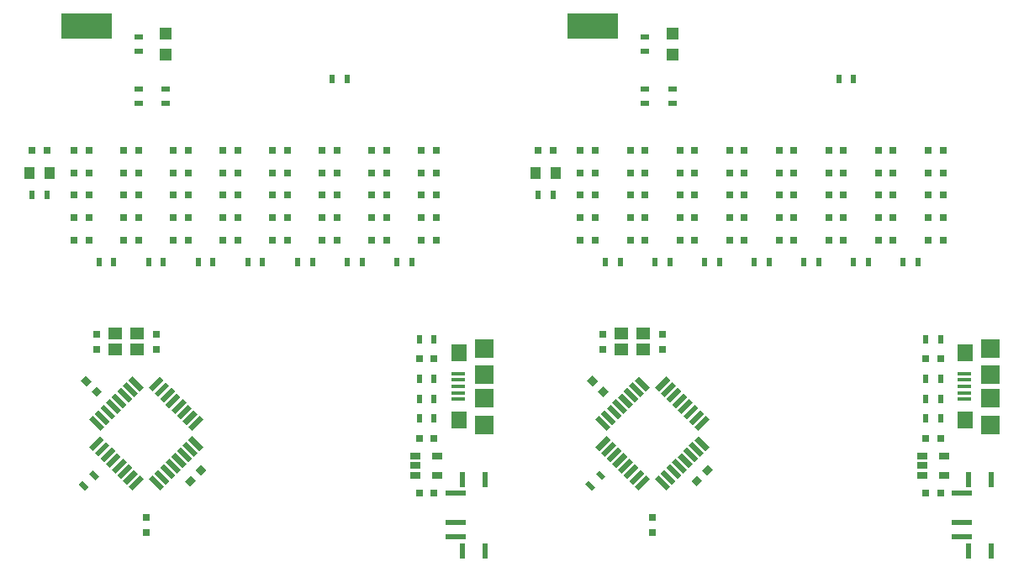
<source format=gbp>
G04 #@! TF.FileFunction,Paste,Bot*
%FSLAX46Y46*%
G04 Gerber Fmt 4.6, Leading zero omitted, Abs format (unit mm)*
G04 Created by KiCad (PCBNEW 4.0.0-rc1-stable) date 9/27/2016 10:31:32 AM*
%MOMM*%
G01*
G04 APERTURE LIST*
%ADD10C,0.100000*%
%ADD11R,1.350000X0.400000*%
%ADD12R,1.900000X1.900000*%
%ADD13R,1.600000X1.700000*%
%ADD14R,0.900000X0.500000*%
%ADD15R,0.500000X0.900000*%
%ADD16R,0.800000X0.750000*%
%ADD17R,1.000000X1.250000*%
%ADD18R,5.080000X2.540000*%
%ADD19R,2.000000X0.600000*%
%ADD20R,0.600000X1.500000*%
%ADD21R,1.400000X1.200000*%
%ADD22R,1.060000X0.650000*%
%ADD23R,1.198880X1.198880*%
%ADD24R,0.797560X0.797560*%
%ADD25R,0.750000X0.800000*%
G04 APERTURE END LIST*
D10*
D11*
X149915000Y-93219000D03*
X149915000Y-93869000D03*
X149915000Y-94519000D03*
X149915000Y-95169000D03*
X149915000Y-95819000D03*
D12*
X152565000Y-93319000D03*
X152565000Y-95719000D03*
X152565000Y-90669000D03*
D13*
X150015000Y-91119000D03*
X150015000Y-97919000D03*
D12*
X152565000Y-98369000D03*
D14*
X117750000Y-66000000D03*
X117750000Y-64500000D03*
D15*
X108500000Y-75250000D03*
X107000000Y-75250000D03*
D14*
X117750000Y-60750000D03*
X117750000Y-59250000D03*
D16*
X108500000Y-70750000D03*
X107000000Y-70750000D03*
D17*
X108750000Y-73000000D03*
X106750000Y-73000000D03*
D18*
X112500000Y-58190000D03*
D19*
X149650000Y-109700000D03*
X149650000Y-105300000D03*
X149650000Y-108200000D03*
D20*
X152650000Y-111100000D03*
X150350000Y-111100000D03*
X150350000Y-103900000D03*
X152650000Y-103900000D03*
D21*
X117600000Y-90800000D03*
X115400000Y-90800000D03*
X117600000Y-89200000D03*
X115400000Y-89200000D03*
D22*
X145650000Y-103450000D03*
X145650000Y-102500000D03*
X145650000Y-101550000D03*
X147850000Y-101550000D03*
X147850000Y-103450000D03*
D10*
G36*
X112754757Y-97853464D02*
X113143666Y-97464555D01*
X114275037Y-98595926D01*
X113886128Y-98984835D01*
X112754757Y-97853464D01*
X112754757Y-97853464D01*
G37*
G36*
X113320443Y-97287779D02*
X113709352Y-96898870D01*
X114840723Y-98030241D01*
X114451814Y-98419150D01*
X113320443Y-97287779D01*
X113320443Y-97287779D01*
G37*
G36*
X113886128Y-96722093D02*
X114275037Y-96333184D01*
X115406408Y-97464555D01*
X115017499Y-97853464D01*
X113886128Y-96722093D01*
X113886128Y-96722093D01*
G37*
G36*
X114451813Y-96156408D02*
X114840722Y-95767499D01*
X115972093Y-96898870D01*
X115583184Y-97287779D01*
X114451813Y-96156408D01*
X114451813Y-96156408D01*
G37*
G36*
X115017499Y-95590722D02*
X115406408Y-95201813D01*
X116537779Y-96333184D01*
X116148870Y-96722093D01*
X115017499Y-95590722D01*
X115017499Y-95590722D01*
G37*
G36*
X115583184Y-95025037D02*
X115972093Y-94636128D01*
X117103464Y-95767499D01*
X116714555Y-96156408D01*
X115583184Y-95025037D01*
X115583184Y-95025037D01*
G37*
G36*
X116148870Y-94459352D02*
X116537779Y-94070443D01*
X117669150Y-95201814D01*
X117280241Y-95590723D01*
X116148870Y-94459352D01*
X116148870Y-94459352D01*
G37*
G36*
X116714555Y-93893666D02*
X117103464Y-93504757D01*
X118234835Y-94636128D01*
X117845926Y-95025037D01*
X116714555Y-93893666D01*
X116714555Y-93893666D01*
G37*
G36*
X119896536Y-93504757D02*
X120285445Y-93893666D01*
X119154074Y-95025037D01*
X118765165Y-94636128D01*
X119896536Y-93504757D01*
X119896536Y-93504757D01*
G37*
G36*
X120462221Y-94070443D02*
X120851130Y-94459352D01*
X119719759Y-95590723D01*
X119330850Y-95201814D01*
X120462221Y-94070443D01*
X120462221Y-94070443D01*
G37*
G36*
X121027907Y-94636128D02*
X121416816Y-95025037D01*
X120285445Y-96156408D01*
X119896536Y-95767499D01*
X121027907Y-94636128D01*
X121027907Y-94636128D01*
G37*
G36*
X121593592Y-95201813D02*
X121982501Y-95590722D01*
X120851130Y-96722093D01*
X120462221Y-96333184D01*
X121593592Y-95201813D01*
X121593592Y-95201813D01*
G37*
G36*
X122159278Y-95767499D02*
X122548187Y-96156408D01*
X121416816Y-97287779D01*
X121027907Y-96898870D01*
X122159278Y-95767499D01*
X122159278Y-95767499D01*
G37*
G36*
X122724963Y-96333184D02*
X123113872Y-96722093D01*
X121982501Y-97853464D01*
X121593592Y-97464555D01*
X122724963Y-96333184D01*
X122724963Y-96333184D01*
G37*
G36*
X123290648Y-96898870D02*
X123679557Y-97287779D01*
X122548186Y-98419150D01*
X122159277Y-98030241D01*
X123290648Y-96898870D01*
X123290648Y-96898870D01*
G37*
G36*
X123856334Y-97464555D02*
X124245243Y-97853464D01*
X123113872Y-98984835D01*
X122724963Y-98595926D01*
X123856334Y-97464555D01*
X123856334Y-97464555D01*
G37*
G36*
X122724963Y-99904074D02*
X123113872Y-99515165D01*
X124245243Y-100646536D01*
X123856334Y-101035445D01*
X122724963Y-99904074D01*
X122724963Y-99904074D01*
G37*
G36*
X122159277Y-100469759D02*
X122548186Y-100080850D01*
X123679557Y-101212221D01*
X123290648Y-101601130D01*
X122159277Y-100469759D01*
X122159277Y-100469759D01*
G37*
G36*
X121593592Y-101035445D02*
X121982501Y-100646536D01*
X123113872Y-101777907D01*
X122724963Y-102166816D01*
X121593592Y-101035445D01*
X121593592Y-101035445D01*
G37*
G36*
X121027907Y-101601130D02*
X121416816Y-101212221D01*
X122548187Y-102343592D01*
X122159278Y-102732501D01*
X121027907Y-101601130D01*
X121027907Y-101601130D01*
G37*
G36*
X120462221Y-102166816D02*
X120851130Y-101777907D01*
X121982501Y-102909278D01*
X121593592Y-103298187D01*
X120462221Y-102166816D01*
X120462221Y-102166816D01*
G37*
G36*
X119896536Y-102732501D02*
X120285445Y-102343592D01*
X121416816Y-103474963D01*
X121027907Y-103863872D01*
X119896536Y-102732501D01*
X119896536Y-102732501D01*
G37*
G36*
X119330850Y-103298186D02*
X119719759Y-102909277D01*
X120851130Y-104040648D01*
X120462221Y-104429557D01*
X119330850Y-103298186D01*
X119330850Y-103298186D01*
G37*
G36*
X118765165Y-103863872D02*
X119154074Y-103474963D01*
X120285445Y-104606334D01*
X119896536Y-104995243D01*
X118765165Y-103863872D01*
X118765165Y-103863872D01*
G37*
G36*
X117845926Y-103474963D02*
X118234835Y-103863872D01*
X117103464Y-104995243D01*
X116714555Y-104606334D01*
X117845926Y-103474963D01*
X117845926Y-103474963D01*
G37*
G36*
X117280241Y-102909277D02*
X117669150Y-103298186D01*
X116537779Y-104429557D01*
X116148870Y-104040648D01*
X117280241Y-102909277D01*
X117280241Y-102909277D01*
G37*
G36*
X116714555Y-102343592D02*
X117103464Y-102732501D01*
X115972093Y-103863872D01*
X115583184Y-103474963D01*
X116714555Y-102343592D01*
X116714555Y-102343592D01*
G37*
G36*
X116148870Y-101777907D02*
X116537779Y-102166816D01*
X115406408Y-103298187D01*
X115017499Y-102909278D01*
X116148870Y-101777907D01*
X116148870Y-101777907D01*
G37*
G36*
X115583184Y-101212221D02*
X115972093Y-101601130D01*
X114840722Y-102732501D01*
X114451813Y-102343592D01*
X115583184Y-101212221D01*
X115583184Y-101212221D01*
G37*
G36*
X115017499Y-100646536D02*
X115406408Y-101035445D01*
X114275037Y-102166816D01*
X113886128Y-101777907D01*
X115017499Y-100646536D01*
X115017499Y-100646536D01*
G37*
G36*
X114451814Y-100080850D02*
X114840723Y-100469759D01*
X113709352Y-101601130D01*
X113320443Y-101212221D01*
X114451814Y-100080850D01*
X114451814Y-100080850D01*
G37*
G36*
X113886128Y-99515165D02*
X114275037Y-99904074D01*
X113143666Y-101035445D01*
X112754757Y-100646536D01*
X113886128Y-99515165D01*
X113886128Y-99515165D01*
G37*
G36*
X113138909Y-102974695D02*
X113775305Y-103611091D01*
X113421751Y-103964645D01*
X112785355Y-103328249D01*
X113138909Y-102974695D01*
X113138909Y-102974695D01*
G37*
G36*
X112078249Y-104035355D02*
X112714645Y-104671751D01*
X112361091Y-105025305D01*
X111724695Y-104388909D01*
X112078249Y-104035355D01*
X112078249Y-104035355D01*
G37*
D14*
X120500000Y-64500000D03*
X120500000Y-66000000D03*
D15*
X147500000Y-89750000D03*
X146000000Y-89750000D03*
X138750000Y-63500000D03*
X137250000Y-63500000D03*
X147500000Y-97750000D03*
X146000000Y-97750000D03*
X147500000Y-95750000D03*
X146000000Y-95750000D03*
X147500000Y-93750000D03*
X146000000Y-93750000D03*
X113750000Y-82000000D03*
X115250000Y-82000000D03*
X118750000Y-82000000D03*
X120250000Y-82000000D03*
X125250000Y-82000000D03*
X123750000Y-82000000D03*
X130250000Y-82000000D03*
X128750000Y-82000000D03*
X135250000Y-82000000D03*
X133750000Y-82000000D03*
X140250000Y-82000000D03*
X138750000Y-82000000D03*
X145250000Y-82000000D03*
X143750000Y-82000000D03*
D23*
X120500000Y-61049020D03*
X120500000Y-58950980D03*
D24*
X147499300Y-91750000D03*
X146000700Y-91750000D03*
X112749300Y-79750000D03*
X111250700Y-79750000D03*
X112749300Y-77500000D03*
X111250700Y-77500000D03*
X112749300Y-75250000D03*
X111250700Y-75250000D03*
X112749300Y-73000000D03*
X111250700Y-73000000D03*
X112749300Y-70750000D03*
X111250700Y-70750000D03*
X117749300Y-79750000D03*
X116250700Y-79750000D03*
X117749300Y-77500000D03*
X116250700Y-77500000D03*
X117749300Y-75250000D03*
X116250700Y-75250000D03*
X117749300Y-73000000D03*
X116250700Y-73000000D03*
X117749300Y-70750000D03*
X116250700Y-70750000D03*
X122749300Y-79750000D03*
X121250700Y-79750000D03*
X122749300Y-77500000D03*
X121250700Y-77500000D03*
X122749300Y-75250000D03*
X121250700Y-75250000D03*
X122749300Y-73000000D03*
X121250700Y-73000000D03*
X122749300Y-70750000D03*
X121250700Y-70750000D03*
X127749300Y-79750000D03*
X126250700Y-79750000D03*
X127749300Y-77500000D03*
X126250700Y-77500000D03*
X127749300Y-75250000D03*
X126250700Y-75250000D03*
X127749300Y-73000000D03*
X126250700Y-73000000D03*
X127749300Y-70750000D03*
X126250700Y-70750000D03*
X132749300Y-79750000D03*
X131250700Y-79750000D03*
X132749300Y-77500000D03*
X131250700Y-77500000D03*
X132749300Y-75250000D03*
X131250700Y-75250000D03*
X132749300Y-73000000D03*
X131250700Y-73000000D03*
X132749300Y-70750000D03*
X131250700Y-70750000D03*
X137749300Y-79750000D03*
X136250700Y-79750000D03*
X137749300Y-77500000D03*
X136250700Y-77500000D03*
X137749300Y-75250000D03*
X136250700Y-75250000D03*
X137749300Y-73000000D03*
X136250700Y-73000000D03*
X137749300Y-70750000D03*
X136250700Y-70750000D03*
X142749300Y-79750000D03*
X141250700Y-79750000D03*
X142749300Y-77500000D03*
X141250700Y-77500000D03*
X142749300Y-75250000D03*
X141250700Y-75250000D03*
X142749300Y-73000000D03*
X141250700Y-73000000D03*
X142749300Y-70750000D03*
X141250700Y-70750000D03*
X147749300Y-79750000D03*
X146250700Y-79750000D03*
X147749300Y-77500000D03*
X146250700Y-77500000D03*
X147749300Y-75250000D03*
X146250700Y-75250000D03*
X147749300Y-73000000D03*
X146250700Y-73000000D03*
X147749300Y-70750000D03*
X146250700Y-70750000D03*
D16*
X147500000Y-105250000D03*
X146000000Y-105250000D03*
X146000000Y-99750000D03*
X147500000Y-99750000D03*
D10*
G36*
X124048008Y-102421662D02*
X124578338Y-102951992D01*
X124012652Y-103517678D01*
X123482322Y-102987348D01*
X124048008Y-102421662D01*
X124048008Y-102421662D01*
G37*
G36*
X122987348Y-103482322D02*
X123517678Y-104012652D01*
X122951992Y-104578338D01*
X122421662Y-104048008D01*
X122987348Y-103482322D01*
X122987348Y-103482322D01*
G37*
D25*
X113500000Y-89250000D03*
X113500000Y-90750000D03*
D10*
G36*
X114078338Y-95048008D02*
X113548008Y-95578338D01*
X112982322Y-95012652D01*
X113512652Y-94482322D01*
X114078338Y-95048008D01*
X114078338Y-95048008D01*
G37*
G36*
X113017678Y-93987348D02*
X112487348Y-94517678D01*
X111921662Y-93951992D01*
X112451992Y-93421662D01*
X113017678Y-93987348D01*
X113017678Y-93987348D01*
G37*
D25*
X119500000Y-90750000D03*
X119500000Y-89250000D03*
X118500000Y-107750000D03*
X118500000Y-109250000D03*
X67500000Y-107750000D03*
X67500000Y-109250000D03*
X68500000Y-90750000D03*
X68500000Y-89250000D03*
D10*
G36*
X63078338Y-95048008D02*
X62548008Y-95578338D01*
X61982322Y-95012652D01*
X62512652Y-94482322D01*
X63078338Y-95048008D01*
X63078338Y-95048008D01*
G37*
G36*
X62017678Y-93987348D02*
X61487348Y-94517678D01*
X60921662Y-93951992D01*
X61451992Y-93421662D01*
X62017678Y-93987348D01*
X62017678Y-93987348D01*
G37*
D25*
X62500000Y-89250000D03*
X62500000Y-90750000D03*
D10*
G36*
X73048008Y-102421662D02*
X73578338Y-102951992D01*
X73012652Y-103517678D01*
X72482322Y-102987348D01*
X73048008Y-102421662D01*
X73048008Y-102421662D01*
G37*
G36*
X71987348Y-103482322D02*
X72517678Y-104012652D01*
X71951992Y-104578338D01*
X71421662Y-104048008D01*
X71987348Y-103482322D01*
X71987348Y-103482322D01*
G37*
D16*
X95000000Y-99750000D03*
X96500000Y-99750000D03*
X96500000Y-105250000D03*
X95000000Y-105250000D03*
D24*
X96749300Y-70750000D03*
X95250700Y-70750000D03*
X96749300Y-73000000D03*
X95250700Y-73000000D03*
X96749300Y-75250000D03*
X95250700Y-75250000D03*
X96749300Y-77500000D03*
X95250700Y-77500000D03*
X96749300Y-79750000D03*
X95250700Y-79750000D03*
X91749300Y-70750000D03*
X90250700Y-70750000D03*
X91749300Y-73000000D03*
X90250700Y-73000000D03*
X91749300Y-75250000D03*
X90250700Y-75250000D03*
X91749300Y-77500000D03*
X90250700Y-77500000D03*
X91749300Y-79750000D03*
X90250700Y-79750000D03*
X86749300Y-70750000D03*
X85250700Y-70750000D03*
X86749300Y-73000000D03*
X85250700Y-73000000D03*
X86749300Y-75250000D03*
X85250700Y-75250000D03*
X86749300Y-77500000D03*
X85250700Y-77500000D03*
X86749300Y-79750000D03*
X85250700Y-79750000D03*
X81749300Y-70750000D03*
X80250700Y-70750000D03*
X81749300Y-73000000D03*
X80250700Y-73000000D03*
X81749300Y-75250000D03*
X80250700Y-75250000D03*
X81749300Y-77500000D03*
X80250700Y-77500000D03*
X81749300Y-79750000D03*
X80250700Y-79750000D03*
X76749300Y-70750000D03*
X75250700Y-70750000D03*
X76749300Y-73000000D03*
X75250700Y-73000000D03*
X76749300Y-75250000D03*
X75250700Y-75250000D03*
X76749300Y-77500000D03*
X75250700Y-77500000D03*
X76749300Y-79750000D03*
X75250700Y-79750000D03*
X71749300Y-70750000D03*
X70250700Y-70750000D03*
X71749300Y-73000000D03*
X70250700Y-73000000D03*
X71749300Y-75250000D03*
X70250700Y-75250000D03*
X71749300Y-77500000D03*
X70250700Y-77500000D03*
X71749300Y-79750000D03*
X70250700Y-79750000D03*
X66749300Y-70750000D03*
X65250700Y-70750000D03*
X66749300Y-73000000D03*
X65250700Y-73000000D03*
X66749300Y-75250000D03*
X65250700Y-75250000D03*
X66749300Y-77500000D03*
X65250700Y-77500000D03*
X66749300Y-79750000D03*
X65250700Y-79750000D03*
X61749300Y-70750000D03*
X60250700Y-70750000D03*
X61749300Y-73000000D03*
X60250700Y-73000000D03*
X61749300Y-75250000D03*
X60250700Y-75250000D03*
X61749300Y-77500000D03*
X60250700Y-77500000D03*
X61749300Y-79750000D03*
X60250700Y-79750000D03*
X96499300Y-91750000D03*
X95000700Y-91750000D03*
D23*
X69500000Y-61049020D03*
X69500000Y-58950980D03*
D15*
X94250000Y-82000000D03*
X92750000Y-82000000D03*
X89250000Y-82000000D03*
X87750000Y-82000000D03*
X84250000Y-82000000D03*
X82750000Y-82000000D03*
X79250000Y-82000000D03*
X77750000Y-82000000D03*
X74250000Y-82000000D03*
X72750000Y-82000000D03*
X67750000Y-82000000D03*
X69250000Y-82000000D03*
X62750000Y-82000000D03*
X64250000Y-82000000D03*
X96500000Y-93750000D03*
X95000000Y-93750000D03*
X96500000Y-95750000D03*
X95000000Y-95750000D03*
X96500000Y-97750000D03*
X95000000Y-97750000D03*
X87750000Y-63500000D03*
X86250000Y-63500000D03*
X96500000Y-89750000D03*
X95000000Y-89750000D03*
D14*
X69500000Y-64500000D03*
X69500000Y-66000000D03*
D10*
G36*
X62138909Y-102974695D02*
X62775305Y-103611091D01*
X62421751Y-103964645D01*
X61785355Y-103328249D01*
X62138909Y-102974695D01*
X62138909Y-102974695D01*
G37*
G36*
X61078249Y-104035355D02*
X61714645Y-104671751D01*
X61361091Y-105025305D01*
X60724695Y-104388909D01*
X61078249Y-104035355D01*
X61078249Y-104035355D01*
G37*
G36*
X61754757Y-97853464D02*
X62143666Y-97464555D01*
X63275037Y-98595926D01*
X62886128Y-98984835D01*
X61754757Y-97853464D01*
X61754757Y-97853464D01*
G37*
G36*
X62320443Y-97287779D02*
X62709352Y-96898870D01*
X63840723Y-98030241D01*
X63451814Y-98419150D01*
X62320443Y-97287779D01*
X62320443Y-97287779D01*
G37*
G36*
X62886128Y-96722093D02*
X63275037Y-96333184D01*
X64406408Y-97464555D01*
X64017499Y-97853464D01*
X62886128Y-96722093D01*
X62886128Y-96722093D01*
G37*
G36*
X63451813Y-96156408D02*
X63840722Y-95767499D01*
X64972093Y-96898870D01*
X64583184Y-97287779D01*
X63451813Y-96156408D01*
X63451813Y-96156408D01*
G37*
G36*
X64017499Y-95590722D02*
X64406408Y-95201813D01*
X65537779Y-96333184D01*
X65148870Y-96722093D01*
X64017499Y-95590722D01*
X64017499Y-95590722D01*
G37*
G36*
X64583184Y-95025037D02*
X64972093Y-94636128D01*
X66103464Y-95767499D01*
X65714555Y-96156408D01*
X64583184Y-95025037D01*
X64583184Y-95025037D01*
G37*
G36*
X65148870Y-94459352D02*
X65537779Y-94070443D01*
X66669150Y-95201814D01*
X66280241Y-95590723D01*
X65148870Y-94459352D01*
X65148870Y-94459352D01*
G37*
G36*
X65714555Y-93893666D02*
X66103464Y-93504757D01*
X67234835Y-94636128D01*
X66845926Y-95025037D01*
X65714555Y-93893666D01*
X65714555Y-93893666D01*
G37*
G36*
X68896536Y-93504757D02*
X69285445Y-93893666D01*
X68154074Y-95025037D01*
X67765165Y-94636128D01*
X68896536Y-93504757D01*
X68896536Y-93504757D01*
G37*
G36*
X69462221Y-94070443D02*
X69851130Y-94459352D01*
X68719759Y-95590723D01*
X68330850Y-95201814D01*
X69462221Y-94070443D01*
X69462221Y-94070443D01*
G37*
G36*
X70027907Y-94636128D02*
X70416816Y-95025037D01*
X69285445Y-96156408D01*
X68896536Y-95767499D01*
X70027907Y-94636128D01*
X70027907Y-94636128D01*
G37*
G36*
X70593592Y-95201813D02*
X70982501Y-95590722D01*
X69851130Y-96722093D01*
X69462221Y-96333184D01*
X70593592Y-95201813D01*
X70593592Y-95201813D01*
G37*
G36*
X71159278Y-95767499D02*
X71548187Y-96156408D01*
X70416816Y-97287779D01*
X70027907Y-96898870D01*
X71159278Y-95767499D01*
X71159278Y-95767499D01*
G37*
G36*
X71724963Y-96333184D02*
X72113872Y-96722093D01*
X70982501Y-97853464D01*
X70593592Y-97464555D01*
X71724963Y-96333184D01*
X71724963Y-96333184D01*
G37*
G36*
X72290648Y-96898870D02*
X72679557Y-97287779D01*
X71548186Y-98419150D01*
X71159277Y-98030241D01*
X72290648Y-96898870D01*
X72290648Y-96898870D01*
G37*
G36*
X72856334Y-97464555D02*
X73245243Y-97853464D01*
X72113872Y-98984835D01*
X71724963Y-98595926D01*
X72856334Y-97464555D01*
X72856334Y-97464555D01*
G37*
G36*
X71724963Y-99904074D02*
X72113872Y-99515165D01*
X73245243Y-100646536D01*
X72856334Y-101035445D01*
X71724963Y-99904074D01*
X71724963Y-99904074D01*
G37*
G36*
X71159277Y-100469759D02*
X71548186Y-100080850D01*
X72679557Y-101212221D01*
X72290648Y-101601130D01*
X71159277Y-100469759D01*
X71159277Y-100469759D01*
G37*
G36*
X70593592Y-101035445D02*
X70982501Y-100646536D01*
X72113872Y-101777907D01*
X71724963Y-102166816D01*
X70593592Y-101035445D01*
X70593592Y-101035445D01*
G37*
G36*
X70027907Y-101601130D02*
X70416816Y-101212221D01*
X71548187Y-102343592D01*
X71159278Y-102732501D01*
X70027907Y-101601130D01*
X70027907Y-101601130D01*
G37*
G36*
X69462221Y-102166816D02*
X69851130Y-101777907D01*
X70982501Y-102909278D01*
X70593592Y-103298187D01*
X69462221Y-102166816D01*
X69462221Y-102166816D01*
G37*
G36*
X68896536Y-102732501D02*
X69285445Y-102343592D01*
X70416816Y-103474963D01*
X70027907Y-103863872D01*
X68896536Y-102732501D01*
X68896536Y-102732501D01*
G37*
G36*
X68330850Y-103298186D02*
X68719759Y-102909277D01*
X69851130Y-104040648D01*
X69462221Y-104429557D01*
X68330850Y-103298186D01*
X68330850Y-103298186D01*
G37*
G36*
X67765165Y-103863872D02*
X68154074Y-103474963D01*
X69285445Y-104606334D01*
X68896536Y-104995243D01*
X67765165Y-103863872D01*
X67765165Y-103863872D01*
G37*
G36*
X66845926Y-103474963D02*
X67234835Y-103863872D01*
X66103464Y-104995243D01*
X65714555Y-104606334D01*
X66845926Y-103474963D01*
X66845926Y-103474963D01*
G37*
G36*
X66280241Y-102909277D02*
X66669150Y-103298186D01*
X65537779Y-104429557D01*
X65148870Y-104040648D01*
X66280241Y-102909277D01*
X66280241Y-102909277D01*
G37*
G36*
X65714555Y-102343592D02*
X66103464Y-102732501D01*
X64972093Y-103863872D01*
X64583184Y-103474963D01*
X65714555Y-102343592D01*
X65714555Y-102343592D01*
G37*
G36*
X65148870Y-101777907D02*
X65537779Y-102166816D01*
X64406408Y-103298187D01*
X64017499Y-102909278D01*
X65148870Y-101777907D01*
X65148870Y-101777907D01*
G37*
G36*
X64583184Y-101212221D02*
X64972093Y-101601130D01*
X63840722Y-102732501D01*
X63451813Y-102343592D01*
X64583184Y-101212221D01*
X64583184Y-101212221D01*
G37*
G36*
X64017499Y-100646536D02*
X64406408Y-101035445D01*
X63275037Y-102166816D01*
X62886128Y-101777907D01*
X64017499Y-100646536D01*
X64017499Y-100646536D01*
G37*
G36*
X63451814Y-100080850D02*
X63840723Y-100469759D01*
X62709352Y-101601130D01*
X62320443Y-101212221D01*
X63451814Y-100080850D01*
X63451814Y-100080850D01*
G37*
G36*
X62886128Y-99515165D02*
X63275037Y-99904074D01*
X62143666Y-101035445D01*
X61754757Y-100646536D01*
X62886128Y-99515165D01*
X62886128Y-99515165D01*
G37*
D22*
X94650000Y-103450000D03*
X94650000Y-102500000D03*
X94650000Y-101550000D03*
X96850000Y-101550000D03*
X96850000Y-103450000D03*
D21*
X66600000Y-90800000D03*
X64400000Y-90800000D03*
X66600000Y-89200000D03*
X64400000Y-89200000D03*
D19*
X98650000Y-109700000D03*
X98650000Y-105300000D03*
X98650000Y-108200000D03*
D20*
X101650000Y-111100000D03*
X99350000Y-111100000D03*
X99350000Y-103900000D03*
X101650000Y-103900000D03*
D18*
X61500000Y-58190000D03*
D17*
X57750000Y-73000000D03*
X55750000Y-73000000D03*
D16*
X57500000Y-70750000D03*
X56000000Y-70750000D03*
D14*
X66750000Y-60750000D03*
X66750000Y-59250000D03*
D15*
X57500000Y-75250000D03*
X56000000Y-75250000D03*
D14*
X66750000Y-66000000D03*
X66750000Y-64500000D03*
D11*
X98915000Y-93219000D03*
X98915000Y-93869000D03*
X98915000Y-94519000D03*
X98915000Y-95169000D03*
X98915000Y-95819000D03*
D12*
X101565000Y-93319000D03*
X101565000Y-95719000D03*
X101565000Y-90669000D03*
D13*
X99015000Y-91119000D03*
X99015000Y-97919000D03*
D12*
X101565000Y-98369000D03*
M02*

</source>
